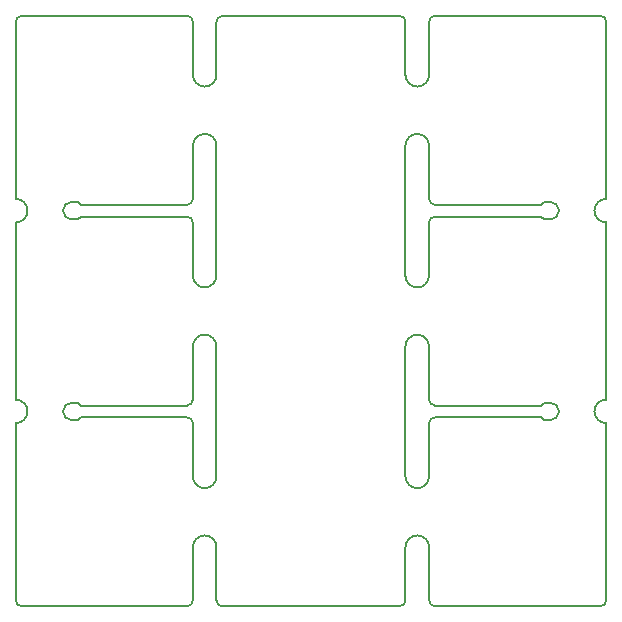
<source format=gm1>
G04 #@! TF.FileFunction,Profile,NP*
%FSLAX46Y46*%
G04 Gerber Fmt 4.6, Leading zero omitted, Abs format (unit mm)*
G04 Created by KiCad (PCBNEW 4.0.2-stable) date 27/07/2016 9:39:40 PM*
%MOMM*%
G01*
G04 APERTURE LIST*
%ADD10C,0.100000*%
%ADD11C,0.150000*%
G04 APERTURE END LIST*
D10*
D11*
X135500000Y-119250000D02*
X135000000Y-119250000D01*
X135750000Y-119000000D02*
X135500000Y-119250000D01*
X144750000Y-119000000D02*
X135750000Y-119000000D01*
X135750000Y-118000000D02*
X144750000Y-118000000D01*
X135500000Y-117750000D02*
X135750000Y-118000000D01*
X135000000Y-117750000D02*
X135500000Y-117750000D01*
X134250000Y-118500000D02*
G75*
G03X135000000Y-119250000I750000J0D01*
G01*
X135000000Y-117750000D02*
G75*
G03X134250000Y-118500000I0J-750000D01*
G01*
X130250000Y-119500000D02*
G75*
G03X131250000Y-118500000I0J1000000D01*
G01*
X131250000Y-118500000D02*
G75*
G03X130250000Y-117500000I-1000000J0D01*
G01*
X175000000Y-119250000D02*
X175500000Y-119250000D01*
X174750000Y-119000000D02*
X175000000Y-119250000D01*
X165750000Y-119000000D02*
X174750000Y-119000000D01*
X174750000Y-118000000D02*
X165750000Y-118000000D01*
X175000000Y-117750000D02*
X174750000Y-118000000D01*
X175500000Y-117750000D02*
X175000000Y-117750000D01*
X175500000Y-119250000D02*
G75*
G03X176250000Y-118500000I0J750000D01*
G01*
X176250000Y-118500000D02*
G75*
G03X175500000Y-117750000I-750000J0D01*
G01*
X179250000Y-118500000D02*
G75*
G03X180250000Y-119500000I1000000J0D01*
G01*
X180250000Y-117500000D02*
G75*
G03X179250000Y-118500000I0J-1000000D01*
G01*
X175000000Y-136250000D02*
X175500000Y-136250000D01*
X174750000Y-136000000D02*
X175000000Y-136250000D01*
X165750000Y-136000000D02*
X174750000Y-136000000D01*
X174750000Y-135000000D02*
X165750000Y-135000000D01*
X175000000Y-134750000D02*
X174750000Y-135000000D01*
X175500000Y-134750000D02*
X175000000Y-134750000D01*
X175500000Y-136250000D02*
G75*
G03X176250000Y-135500000I0J750000D01*
G01*
X176250000Y-135500000D02*
G75*
G03X175500000Y-134750000I-750000J0D01*
G01*
X179250000Y-135500000D02*
G75*
G03X180250000Y-136500000I1000000J0D01*
G01*
X180250000Y-134500000D02*
G75*
G03X179250000Y-135500000I0J-1000000D01*
G01*
X130250000Y-136500000D02*
G75*
G03X131250000Y-135500000I0J1000000D01*
G01*
X131250000Y-135500000D02*
G75*
G03X130250000Y-134500000I-1000000J0D01*
G01*
X135500000Y-136250000D02*
X135000000Y-136250000D01*
X135750000Y-136000000D02*
X135500000Y-136250000D01*
X144750000Y-136000000D02*
X135750000Y-136000000D01*
X135750000Y-135000000D02*
X144750000Y-135000000D01*
X135500000Y-134750000D02*
X135750000Y-135000000D01*
X135000000Y-134750000D02*
X135500000Y-134750000D01*
X134250000Y-135500000D02*
G75*
G03X135000000Y-136250000I750000J0D01*
G01*
X135000000Y-134750000D02*
G75*
G03X134250000Y-135500000I0J-750000D01*
G01*
X162750000Y-152000000D02*
G75*
G03X163250000Y-151500000I0J500000D01*
G01*
X145250000Y-113000000D02*
X145250000Y-117500000D01*
X147250000Y-124000000D02*
X147250000Y-113000000D01*
X145250000Y-119500000D02*
X145250000Y-124000000D01*
X147250000Y-141000000D02*
X147250000Y-130000000D01*
X145250000Y-130000000D02*
X145250000Y-134500000D01*
X145250000Y-136500000D02*
X145250000Y-141000000D01*
X147250000Y-151500000D02*
X147250000Y-147000000D01*
X145250000Y-147000000D02*
X145250000Y-151500000D01*
X163250000Y-147000000D02*
X163250000Y-151500000D01*
X165250000Y-134500000D02*
X165250000Y-130000000D01*
X165250000Y-141000000D02*
X165250000Y-136500000D01*
X163250000Y-130000000D02*
X163250000Y-141000000D01*
X165250000Y-124000000D02*
X165250000Y-119500000D01*
X163250000Y-113000000D02*
X163250000Y-124000000D01*
X165250000Y-113000000D02*
X165250000Y-117500000D01*
X163250000Y-107000000D02*
X163250000Y-102500000D01*
X165250000Y-102500000D02*
X165250000Y-107000000D01*
X165250000Y-151500000D02*
G75*
G03X165750000Y-152000000I500000J0D01*
G01*
X165750000Y-136000000D02*
G75*
G03X165250000Y-136500000I0J-500000D01*
G01*
X179750000Y-152000000D02*
G75*
G03X180250000Y-151500000I0J500000D01*
G01*
X179750000Y-152000000D02*
X165750000Y-152000000D01*
X180250000Y-136500000D02*
X180250000Y-151500000D01*
X180250000Y-102500000D02*
X180250000Y-117500000D01*
X165750000Y-102000000D02*
X179750000Y-102000000D01*
X180250000Y-102500000D02*
G75*
G03X179750000Y-102000000I-500000J0D01*
G01*
X165750000Y-102000000D02*
G75*
G03X165250000Y-102500000I0J-500000D01*
G01*
X165250000Y-117500000D02*
G75*
G03X165750000Y-118000000I500000J0D01*
G01*
X165250000Y-134500000D02*
G75*
G03X165750000Y-135000000I500000J0D01*
G01*
X165750000Y-119000000D02*
G75*
G03X165250000Y-119500000I0J-500000D01*
G01*
X180250000Y-119500000D02*
X180250000Y-134500000D01*
X165250000Y-147000000D02*
G75*
G03X164250000Y-146000000I-1000000J0D01*
G01*
X164250000Y-146000000D02*
G75*
G03X163250000Y-147000000I0J-1000000D01*
G01*
X164250000Y-142000000D02*
G75*
G03X165250000Y-141000000I0J1000000D01*
G01*
X163250000Y-141000000D02*
G75*
G03X164250000Y-142000000I1000000J0D01*
G01*
X165250000Y-151500000D02*
X165250000Y-147000000D01*
X163250000Y-107000000D02*
G75*
G03X164250000Y-108000000I1000000J0D01*
G01*
X164250000Y-108000000D02*
G75*
G03X165250000Y-107000000I0J1000000D01*
G01*
X164250000Y-112000000D02*
G75*
G03X163250000Y-113000000I0J-1000000D01*
G01*
X165250000Y-113000000D02*
G75*
G03X164250000Y-112000000I-1000000J0D01*
G01*
X165250000Y-130000000D02*
G75*
G03X164250000Y-129000000I-1000000J0D01*
G01*
X164250000Y-129000000D02*
G75*
G03X163250000Y-130000000I0J-1000000D01*
G01*
X164250000Y-125000000D02*
G75*
G03X165250000Y-124000000I0J1000000D01*
G01*
X163250000Y-124000000D02*
G75*
G03X164250000Y-125000000I1000000J0D01*
G01*
X147250000Y-130000000D02*
G75*
G03X146250000Y-129000000I-1000000J0D01*
G01*
X146250000Y-129000000D02*
G75*
G03X145250000Y-130000000I0J-1000000D01*
G01*
X146250000Y-125000000D02*
G75*
G03X147250000Y-124000000I0J1000000D01*
G01*
X145250000Y-124000000D02*
G75*
G03X146250000Y-125000000I1000000J0D01*
G01*
X145250000Y-141000000D02*
G75*
G03X146250000Y-142000000I1000000J0D01*
G01*
X146250000Y-142000000D02*
G75*
G03X147250000Y-141000000I0J1000000D01*
G01*
X146250000Y-146000000D02*
G75*
G03X145250000Y-147000000I0J-1000000D01*
G01*
X147250000Y-147000000D02*
G75*
G03X146250000Y-146000000I-1000000J0D01*
G01*
X147250000Y-107000000D02*
X147250000Y-102500000D01*
X145250000Y-102500000D02*
X145250000Y-107000000D01*
X147250000Y-113000000D02*
G75*
G03X146250000Y-112000000I-1000000J0D01*
G01*
X146250000Y-112000000D02*
G75*
G03X145250000Y-113000000I0J-1000000D01*
G01*
X146250000Y-108000000D02*
G75*
G03X147250000Y-107000000I0J1000000D01*
G01*
X145250000Y-107000000D02*
G75*
G03X146250000Y-108000000I1000000J0D01*
G01*
X162750000Y-102000000D02*
X147750000Y-102000000D01*
X163250000Y-102500000D02*
G75*
G03X162750000Y-102000000I-500000J0D01*
G01*
X147750000Y-152000000D02*
X162750000Y-152000000D01*
X147250000Y-151500000D02*
G75*
G03X147750000Y-152000000I500000J0D01*
G01*
X147750000Y-102000000D02*
G75*
G03X147250000Y-102500000I0J-500000D01*
G01*
X130250000Y-134500000D02*
X130250000Y-119500000D01*
X144750000Y-135000000D02*
G75*
G03X145250000Y-134500000I0J500000D01*
G01*
X145250000Y-119500000D02*
G75*
G03X144750000Y-119000000I-500000J0D01*
G01*
X145250000Y-136500000D02*
G75*
G03X144750000Y-136000000I-500000J0D01*
G01*
X144750000Y-152000000D02*
G75*
G03X145250000Y-151500000I0J500000D01*
G01*
X130250000Y-151500000D02*
G75*
G03X130750000Y-152000000I500000J0D01*
G01*
X144750000Y-152000000D02*
X130750000Y-152000000D01*
X130250000Y-151500000D02*
X130250000Y-136500000D01*
X130250000Y-117500000D02*
X130250000Y-102500000D01*
X130750000Y-102000000D02*
X144750000Y-102000000D01*
X130750000Y-102000000D02*
G75*
G03X130250000Y-102500000I0J-500000D01*
G01*
X144750000Y-118000000D02*
G75*
G03X145250000Y-117500000I0J500000D01*
G01*
X145250000Y-102500000D02*
G75*
G03X144750000Y-102000000I-500000J0D01*
G01*
M02*

</source>
